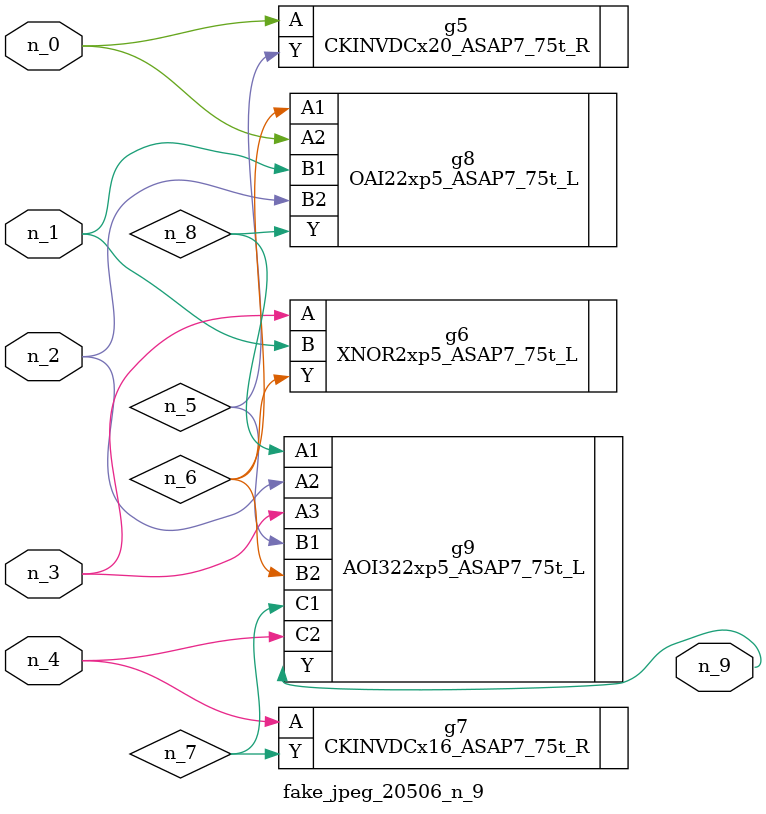
<source format=v>
module fake_jpeg_20506_n_9 (n_3, n_2, n_1, n_0, n_4, n_9);

input n_3;
input n_2;
input n_1;
input n_0;
input n_4;

output n_9;

wire n_8;
wire n_6;
wire n_5;
wire n_7;

CKINVDCx20_ASAP7_75t_R g5 ( 
.A(n_0),
.Y(n_5)
);

XNOR2xp5_ASAP7_75t_L g6 ( 
.A(n_3),
.B(n_1),
.Y(n_6)
);

CKINVDCx16_ASAP7_75t_R g7 ( 
.A(n_4),
.Y(n_7)
);

OAI22xp5_ASAP7_75t_L g8 ( 
.A1(n_6),
.A2(n_0),
.B1(n_1),
.B2(n_2),
.Y(n_8)
);

AOI322xp5_ASAP7_75t_L g9 ( 
.A1(n_8),
.A2(n_2),
.A3(n_3),
.B1(n_5),
.B2(n_6),
.C1(n_7),
.C2(n_4),
.Y(n_9)
);


endmodule
</source>
